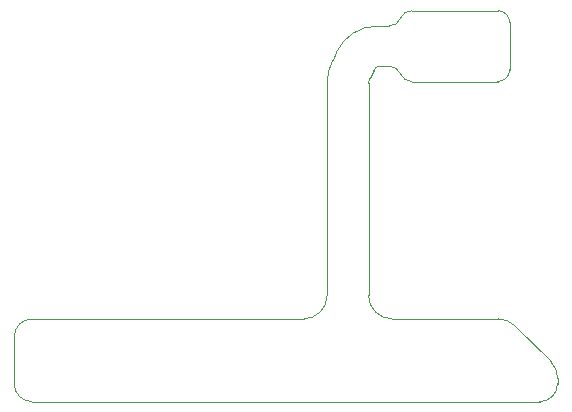
<source format=gbr>
%TF.GenerationSoftware,KiCad,Pcbnew,6.0.10-1.fc37*%
%TF.CreationDate,2023-01-04T19:13:10-05:00*%
%TF.ProjectId,ext-con-breakout-board,6578742d-636f-46e2-9d62-7265616b6f75,v0.6*%
%TF.SameCoordinates,Original*%
%TF.FileFunction,Profile,NP*%
%FSLAX46Y46*%
G04 Gerber Fmt 4.6, Leading zero omitted, Abs format (unit mm)*
G04 Created by KiCad (PCBNEW 6.0.10-1.fc37) date 2023-01-04 19:13:10*
%MOMM*%
%LPD*%
G01*
G04 APERTURE LIST*
%TA.AperFunction,Profile*%
%ADD10C,0.100000*%
%TD*%
G04 APERTURE END LIST*
D10*
X121023900Y-86300003D02*
G75*
G03*
X117534221Y-88515701I-19200J-3825697D01*
G01*
X134750000Y-118100000D02*
X91750000Y-118100000D01*
X120250000Y-109100000D02*
G75*
G03*
X122250000Y-111100000I2000000J0D01*
G01*
X131200000Y-85000000D02*
X123900000Y-85000000D01*
X122250000Y-111100000D02*
X131242572Y-111100000D01*
X122000000Y-86300020D02*
G75*
G03*
X122950000Y-85650000I0J1019220D01*
G01*
X122950041Y-90349984D02*
G75*
G03*
X122000000Y-89700000I-950041J-369316D01*
G01*
X135664214Y-114693214D02*
X132656786Y-111685786D01*
X114750000Y-111100000D02*
G75*
G03*
X116750000Y-109100000I0J2000000D01*
G01*
X90250000Y-116600000D02*
X90250000Y-112600000D01*
X123900000Y-91000000D02*
X131200000Y-91000000D01*
X132200000Y-86000000D02*
G75*
G03*
X131200000Y-85000000I-1000000J0D01*
G01*
X136250022Y-116107428D02*
G75*
G03*
X135664214Y-114693214I-2000122J-72D01*
G01*
X122949959Y-90350016D02*
G75*
G03*
X123900000Y-91000000I950041J369316D01*
G01*
X136250000Y-116107428D02*
X136250000Y-116600000D01*
X120250000Y-91160000D02*
X120250000Y-109100000D01*
X117209864Y-89184684D02*
G75*
G03*
X116750000Y-91160000I4048136J-1983616D01*
G01*
X117209859Y-89184682D02*
X117534221Y-88515701D01*
X120350008Y-90730004D02*
G75*
G03*
X120250000Y-91160000I881292J-431596D01*
G01*
X116750000Y-91160000D02*
X116750000Y-109100000D01*
X122000000Y-86300000D02*
X121023900Y-86300000D01*
X121240000Y-89700000D02*
G75*
G03*
X120680000Y-90050000I0J-623000D01*
G01*
X132200000Y-86000000D02*
X132200000Y-90000000D01*
X134750000Y-118100000D02*
G75*
G03*
X136250000Y-116600000I0J1500000D01*
G01*
X91750000Y-111100000D02*
G75*
G03*
X90250000Y-112600000I0J-1500000D01*
G01*
X90250000Y-116600000D02*
G75*
G03*
X91750000Y-118100000I1500000J0D01*
G01*
X123900000Y-84999980D02*
G75*
G03*
X122950000Y-85650000I0J-1019220D01*
G01*
X122000000Y-89700000D02*
X121240000Y-89700000D01*
X120350000Y-90730000D02*
X120680000Y-90050000D01*
X91750000Y-111100000D02*
X114750000Y-111100000D01*
X132656779Y-111685793D02*
G75*
G03*
X131242572Y-111100000I-1414179J-1414107D01*
G01*
X131200000Y-91000000D02*
G75*
G03*
X132200000Y-90000000I0J1000000D01*
G01*
M02*

</source>
